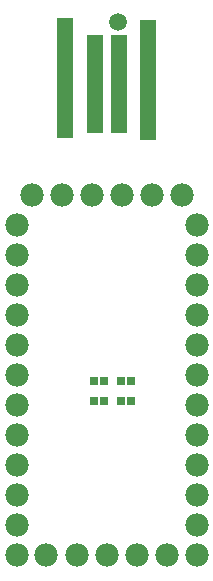
<source format=gbs>
G04 Layer: BottomSolderMaskLayer*
G04 EasyEDA v6.5.22, 2022-11-29 03:43:51*
G04 8ec36cdae1d24b8a87879ab1f9b651ff,67344a67363949849f01d11c0c7cf016,10*
G04 Gerber Generator version 0.2*
G04 Scale: 100 percent, Rotated: No, Reflected: No *
G04 Dimensions in inches *
G04 leading zeros omitted , absolute positions ,3 integer and 6 decimal *
%FSLAX36Y36*%
%MOIN*%

%AMMACRO1*1,1,$1,$2,$3*1,1,$1,$4,$5*1,1,$1,0-$2,0-$3*1,1,$1,0-$4,0-$5*20,1,$1,$2,$3,$4,$5,0*20,1,$1,$4,$5,0-$2,0-$3,0*20,1,$1,0-$2,0-$3,0-$4,0-$5,0*20,1,$1,0-$4,0-$5,$2,$3,0*4,1,4,$2,$3,$4,$5,0-$2,0-$3,0-$4,0-$5,$2,$3,0*%
%ADD10MACRO1,0.0079X-0.0236X0.1968X0.0236X0.1968*%
%ADD11MACRO1,0.0079X-0.0236X0.16X0.0236X0.16*%
%ADD12MACRO1,0.004X0.0118X0.0128X-0.0118X0.0128*%
%ADD13MACRO1,0.004X-0.0118X-0.0128X0.0118X-0.0128*%
%ADD14C,0.0594*%
%ADD15C,0.0780*%

%LPD*%
D10*
G01*
X589996Y-245000D03*
D11*
G01*
X490999Y-260000D03*
G01*
X410999Y-260000D03*
D10*
G01*
X311471Y-240000D03*
D12*
G01*
X408299Y-1250000D03*
G01*
X441700Y-1250000D03*
D13*
G01*
X531700Y-1250000D03*
G01*
X498299Y-1250000D03*
D12*
G01*
X408299Y-1315000D03*
G01*
X441700Y-1315000D03*
D13*
G01*
X531700Y-1315000D03*
G01*
X498299Y-1315000D03*
D14*
G01*
X488000Y-53000D03*
D15*
G01*
X350999Y-1830000D03*
G01*
X450999Y-1830000D03*
G01*
X550999Y-1830000D03*
G01*
X650999Y-1830000D03*
G01*
X750999Y-1830000D03*
G01*
X750999Y-1730000D03*
G01*
X750999Y-1630000D03*
G01*
X750999Y-1530000D03*
G01*
X750999Y-1430000D03*
G01*
X750999Y-1330000D03*
G01*
X750999Y-1230000D03*
G01*
X750999Y-1130000D03*
G01*
X750999Y-1030000D03*
G01*
X750999Y-930000D03*
G01*
X750999Y-830000D03*
G01*
X750999Y-730000D03*
G01*
X700999Y-630000D03*
G01*
X600999Y-630000D03*
G01*
X500999Y-630000D03*
G01*
X400999Y-630000D03*
G01*
X300999Y-630000D03*
G01*
X150999Y-1830000D03*
G01*
X150999Y-1730000D03*
G01*
X150999Y-1630000D03*
G01*
X150999Y-1530000D03*
G01*
X150999Y-1430000D03*
G01*
X150999Y-1330000D03*
G01*
X150999Y-1230000D03*
G01*
X150999Y-1130000D03*
G01*
X150999Y-1030000D03*
G01*
X150999Y-930000D03*
G01*
X150999Y-830000D03*
G01*
X150999Y-730000D03*
G01*
X200999Y-630000D03*
G01*
X250000Y-1830000D03*
M02*

</source>
